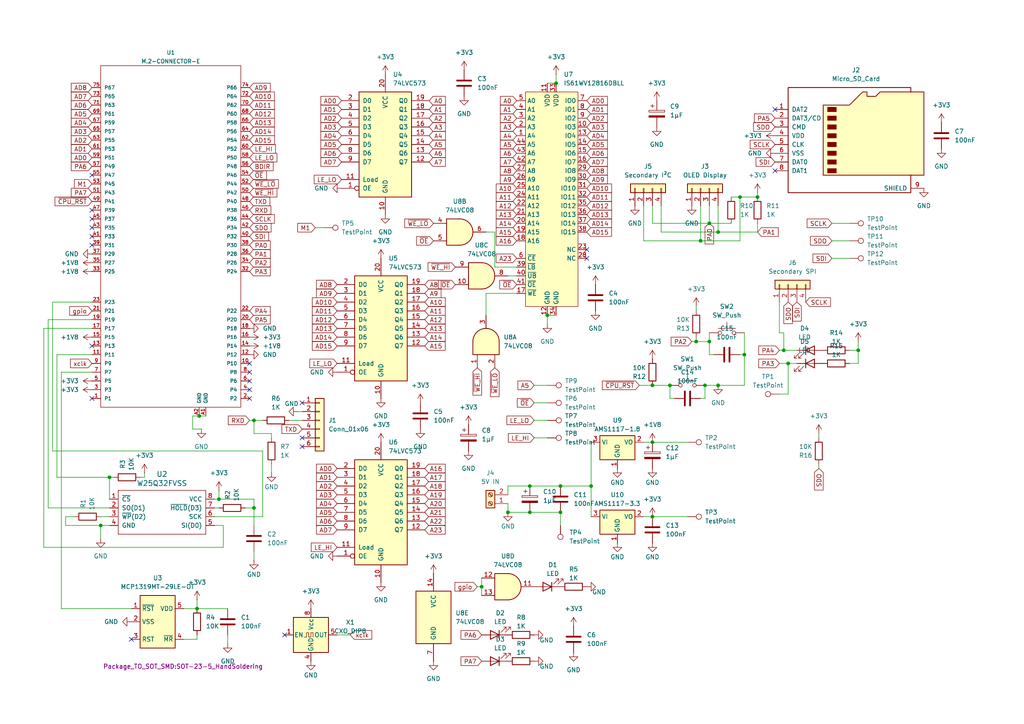
<source format=kicad_sch>
(kicad_sch (version 20250114) (generator "eeschema") (generator_version "9.0")
  (paper "A4")
  (junction (at 215.9 102.87))
  (junction (at 208.28 67.31))
  (junction (at 57.785 120.65))
  (junction (at 189.23 149.86))
  (junction (at 162.56 140.97))
  (junction (at 219.71 57.15))
  (junction (at 201.93 99.06))
  (junction (at 203.2 69.85))
  (junction (at 208.28 111.76))
  (junction (at 228.6 105.41))
  (junction (at 153.67 140.97))
  (junction (at 57.15 176.53))
  (junction (at 158.75 91.44))
  (junction (at 153.67 148.59))
  (junction (at 214.63 57.15))
  (junction (at 205.74 99.06))
  (junction (at 162.56 148.59))
  (junction (at 161.29 24.13))
  (junction (at 63.5 144.78))
  (junction (at 227.33 101.6))
  (junction (at 194.31 111.76))
  (junction (at 204.47 111.76))
  (junction (at 29.21 152.4))
  (junction (at 31.75 138.43))
  (junction (at 205.74 64.77))
  (junction (at 73.66 121.92))
  (junction (at 248.92 101.6))
  (junction (at 189.23 111.76))
  (junction (at 189.23 128.27))
  (junction (at 171.45 140.97))
  (junction (at 147.32 148.59))
  (junction (at 139.7 170.18))
  (junction (at 73.66 147.32))
  (no_connect (at 72.39 115.57))
  (no_connect (at 26.67 66.04))
  (no_connect (at 72.39 107.95))
  (no_connect (at 26.67 63.5))
  (no_connect (at 170.18 74.93))
  (no_connect (at 224.79 31.75))
  (no_connect (at 170.18 72.39))
  (no_connect (at 72.39 113.03))
  (no_connect (at 82.55 184.15))
  (no_connect (at 26.67 50.8))
  (no_connect (at 26.67 115.57))
  (no_connect (at 87.63 129.54))
  (no_connect (at 26.67 60.96))
  (no_connect (at 26.67 100.33))
  (no_connect (at 26.67 71.12))
  (no_connect (at 224.79 49.53))
  (no_connect (at 72.39 105.41))
  (no_connect (at 72.39 110.49))
  (no_connect (at 87.63 116.84))
  (no_connect (at 26.67 68.58))
  (no_connect (at 38.1 185.42))
  (no_connect (at 87.63 127))
  (wire (pts (xy 158.75 93.98) (xy 158.75 91.44)))
  (wire (pts (xy 33.02 138.43) (xy 31.75 138.43)))
  (wire (pts (xy 161.29 21.59) (xy 161.29 24.13)))
  (wire (pts (xy 186.69 149.86) (xy 189.23 149.86)))
  (wire (pts (xy 147.32 148.59) (xy 153.67 148.59)))
  (wire (pts (xy 226.06 87.63) (xy 226.06 96.52)))
  (wire (pts (xy 215.9 111.76) (xy 208.28 111.76)))
  (wire (pts (xy 63.5 144.78) (xy 73.66 144.78)))
  (wire (pts (xy 226.06 96.52) (xy 227.33 96.52)))
  (wire (pts (xy 215.9 96.52) (xy 215.9 102.87)))
  (wire (pts (xy 57.15 173.99) (xy 57.15 176.53)))
  (wire (pts (xy 21.59 149.86) (xy 19.05 149.86)))
  (wire (pts (xy 228.6 105.41) (xy 231.14 105.41)))
  (wire (pts (xy 41.91 138.43) (xy 40.64 138.43)))
  (wire (pts (xy 17.78 107.95) (xy 17.78 176.53)))
  (wire (pts (xy 15.24 87.63) (xy 15.24 130.81)))
  (wire (pts (xy 57.785 120.65) (xy 59.69 120.65)))
  (wire (pts (xy 26.67 92.71) (xy 13.97 92.71)))
  (wire (pts (xy 189.23 111.76) (xy 194.31 111.76)))
  (wire (pts (xy 203.2 69.85) (xy 214.63 69.85)))
  (wire (pts (xy 71.12 147.32) (xy 73.66 147.32)))
  (wire (pts (xy 83.82 121.92) (xy 87.63 121.92)))
  (wire (pts (xy 29.21 149.86) (xy 31.75 149.86)))
  (wire (pts (xy 143.51 67.31) (xy 140.97 67.31)))
  (wire (pts (xy 16.51 138.43) (xy 31.75 138.43)))
  (wire (pts (xy 139.7 170.18) (xy 139.7 172.72)))
  (wire (pts (xy 248.92 105.41) (xy 248.92 101.6)))
  (wire (pts (xy 55.88 120.65) (xy 55.88 124.46)))
  (wire (pts (xy 214.63 69.85) (xy 214.63 57.15)))
  (wire (pts (xy 185.42 111.76) (xy 189.23 111.76)))
  (wire (pts (xy 191.77 59.69) (xy 191.77 67.31)))
  (wire (pts (xy 219.71 57.15) (xy 214.63 57.15)))
  (wire (pts (xy 241.3 74.93) (xy 246.38 74.93)))
  (wire (pts (xy 208.28 59.69) (xy 208.28 67.31)))
  (wire (pts (xy 171.45 140.97) (xy 162.56 140.97)))
  (wire (pts (xy 143.51 77.47) (xy 149.86 77.47)))
  (wire (pts (xy 73.66 147.32) (xy 73.66 152.4)))
  (wire (pts (xy 189.23 149.86) (xy 199.39 149.86)))
  (wire (pts (xy 17.78 176.53) (xy 38.1 176.53)))
  (wire (pts (xy 201.93 97.79) (xy 201.93 99.06)))
  (wire (pts (xy 154.94 121.92) (xy 158.75 121.92)))
  (wire (pts (xy 154.94 116.84) (xy 158.75 116.84)))
  (wire (pts (xy 153.67 148.59) (xy 162.56 148.59)))
  (wire (pts (xy 91.44 66.04) (xy 93.98 66.04)))
  (wire (pts (xy 29.21 152.4) (xy 31.75 152.4)))
  (wire (pts (xy 153.67 140.97) (xy 162.56 140.97)))
  (wire (pts (xy 248.92 101.6) (xy 246.38 101.6)))
  (wire (pts (xy 13.97 92.71) (xy 13.97 147.32)))
  (wire (pts (xy 78.74 134.62) (xy 78.74 137.16)))
  (wire (pts (xy 153.67 140.97) (xy 147.32 140.97)))
  (wire (pts (xy 16.51 102.87) (xy 16.51 138.43)))
  (wire (pts (xy 76.2 130.81) (xy 76.2 149.86)))
  (wire (pts (xy 12.7 95.25) (xy 12.7 158.75)))
  (wire (pts (xy 12.7 158.75) (xy 64.77 158.75)))
  (wire (pts (xy 205.74 64.77) (xy 205.74 59.69)))
  (wire (pts (xy 62.23 147.32) (xy 63.5 147.32)))
  (wire (pts (xy 143.51 67.31) (xy 143.51 77.47)))
  (wire (pts (xy 26.67 95.25) (xy 12.7 95.25)))
  (wire (pts (xy 29.21 156.21) (xy 29.21 152.4)))
  (wire (pts (xy 186.69 128.27) (xy 189.23 128.27)))
  (wire (pts (xy 62.23 144.78) (xy 63.5 144.78)))
  (wire (pts (xy 57.15 176.53) (xy 66.04 176.53)))
  (wire (pts (xy 19.05 152.4) (xy 29.21 152.4)))
  (wire (pts (xy 171.45 128.27) (xy 171.45 140.97)))
  (wire (pts (xy 227.33 96.52) (xy 227.33 101.6)))
  (wire (pts (xy 203.2 59.69) (xy 203.2 69.85)))
  (wire (pts (xy 139.7 167.64) (xy 139.7 170.18)))
  (wire (pts (xy 212.09 64.77) (xy 205.74 64.77)))
  (wire (pts (xy 248.92 99.06) (xy 248.92 101.6)))
  (wire (pts (xy 161.29 24.13) (xy 158.75 24.13)))
  (wire (pts (xy 73.66 160.02) (xy 73.66 162.56)))
  (wire (pts (xy 154.94 111.76) (xy 158.75 111.76)))
  (wire (pts (xy 147.32 140.97) (xy 147.32 143.51)))
  (wire (pts (xy 194.31 115.57) (xy 194.31 111.76)))
  (wire (pts (xy 78.74 127) (xy 78.74 125.73)))
  (wire (pts (xy 147.32 80.01) (xy 149.86 80.01)))
  (wire (pts (xy 186.69 69.85) (xy 203.2 69.85)))
  (wire (pts (xy 191.77 67.31) (xy 208.28 67.31)))
  (wire (pts (xy 226.06 114.3) (xy 228.6 114.3)))
  (wire (pts (xy 64.77 152.4) (xy 62.23 152.4)))
  (wire (pts (xy 204.47 111.76) (xy 208.28 111.76)))
  (wire (pts (xy 55.88 120.65) (xy 57.785 120.65)))
  (wire (pts (xy 201.93 88.9) (xy 201.93 90.17)))
  (wire (pts (xy 26.67 107.95) (xy 17.78 107.95)))
  (wire (pts (xy 219.71 55.88) (xy 219.71 57.15)))
  (wire (pts (xy 97.79 184.15) (xy 101.6 184.15)))
  (wire (pts (xy 171.45 149.86) (xy 171.45 140.97)))
  (wire (pts (xy 140.97 85.09) (xy 149.86 85.09)))
  (wire (pts (xy 15.24 130.81) (xy 76.2 130.81)))
  (wire (pts (xy 55.88 124.46) (xy 58.42 124.46)))
  (wire (pts (xy 73.66 147.32) (xy 73.66 144.78)))
  (wire (pts (xy 227.33 101.6) (xy 231.14 101.6)))
  (wire (pts (xy 207.01 102.87) (xy 205.74 102.87)))
  (wire (pts (xy 241.3 69.85) (xy 246.38 69.85)))
  (wire (pts (xy 226.06 101.6) (xy 227.33 101.6)))
  (wire (pts (xy 73.66 125.73) (xy 73.66 121.92)))
  (wire (pts (xy 246.38 105.41) (xy 248.92 105.41)))
  (wire (pts (xy 13.97 147.32) (xy 31.75 147.32)))
  (wire (pts (xy 214.63 57.15) (xy 212.09 57.15)))
  (wire (pts (xy 189.23 59.69) (xy 189.23 64.77)))
  (wire (pts (xy 31.75 138.43) (xy 31.75 144.78)))
  (wire (pts (xy 214.63 102.87) (xy 215.9 102.87)))
  (wire (pts (xy 140.97 91.44) (xy 140.97 85.09)))
  (wire (pts (xy 72.39 121.92) (xy 73.66 121.92)))
  (wire (pts (xy 226.06 105.41) (xy 228.6 105.41)))
  (wire (pts (xy 78.74 125.73) (xy 73.66 125.73)))
  (wire (pts (xy 203.2 115.57) (xy 204.47 115.57)))
  (wire (pts (xy 200.66 99.06) (xy 201.93 99.06)))
  (wire (pts (xy 189.23 64.77) (xy 205.74 64.77)))
  (wire (pts (xy 147.32 146.05) (xy 147.32 148.59)))
  (wire (pts (xy 26.67 87.63) (xy 15.24 87.63)))
  (wire (pts (xy 208.28 67.31) (xy 219.71 67.31)))
  (wire (pts (xy 73.66 121.92) (xy 76.2 121.92)))
  (wire (pts (xy 201.93 99.06) (xy 205.74 99.06)))
  (wire (pts (xy 195.58 115.57) (xy 194.31 115.57)))
  (wire (pts (xy 237.49 134.62) (xy 237.49 135.89)))
  (wire (pts (xy 64.77 158.75) (xy 64.77 152.4)))
  (wire (pts (xy 215.9 102.87) (xy 215.9 111.76)))
  (wire (pts (xy 205.74 102.87) (xy 205.74 99.06)))
  (wire (pts (xy 138.43 170.18) (xy 139.7 170.18)))
  (wire (pts (xy 66.04 184.15) (xy 66.04 186.69)))
  (wire (pts (xy 63.5 144.78) (xy 63.5 142.24)))
  (wire (pts (xy 158.75 91.44) (xy 161.29 91.44)))
  (wire (pts (xy 241.3 64.77) (xy 246.38 64.77)))
  (wire (pts (xy 86.36 119.38) (xy 87.63 119.38)))
  (wire (pts (xy 219.71 67.31) (xy 219.71 64.77)))
  (wire (pts (xy 19.05 149.86) (xy 19.05 152.4)))
  (wire (pts (xy 41.91 137.16) (xy 41.91 138.43)))
  (wire (pts (xy 205.74 99.06) (xy 205.74 96.52)))
  (wire (pts (xy 57.15 184.15) (xy 57.15 185.42)))
  (wire (pts (xy 57.15 176.53) (xy 53.34 176.53)))
  (wire (pts (xy 237.49 125.73) (xy 237.49 127)))
  (wire (pts (xy 26.67 102.87) (xy 16.51 102.87)))
  (wire (pts (xy 189.23 128.27) (xy 199.39 128.27)))
  (wire (pts (xy 204.47 111.76) (xy 204.47 115.57)))
  (wire (pts (xy 228.6 114.3) (xy 228.6 105.41)))
  (wire (pts (xy 186.69 59.69) (xy 186.69 69.85)))
  (wire (pts (xy 57.15 185.42) (xy 53.34 185.42)))
  (wire (pts (xy 162.56 148.59) (xy 162.56 152.4)))
  (wire (pts (xy 154.94 127) (xy 158.75 127)))
  (wire (pts (xy 76.2 149.86) (xy 62.23 149.86)))
  (global_label "RXD" (shape input) (at 72.39 60.96 0) (property "Intersheetrefs" "${INTERSHEET_REFS}" (effects (hide yes))))
  (global_label "LE_LO" (shape input) (at 97.79 105.41 180) (property "Intersheetrefs" "${INTERSHEET_REFS}" (effects (hide yes))))
  (global_label "A21" (shape input) (at 123.19 148.59 0) (property "Intersheetrefs" "${INTERSHEET_REFS}" (effects (hide yes))))
  (global_label "A17" (shape input) (at 123.19 138.43 0) (property "Intersheetrefs" "${INTERSHEET_REFS}" (effects (hide yes))))
  (global_label "A7" (shape input) (at 149.86 46.99 180) (property "Intersheetrefs" "${INTERSHEET_REFS}" (effects (hide yes))))
  (global_label "~{WE_LO}" (shape input) (at 125.73 64.77 180) (property "Intersheetrefs" "${INTERSHEET_REFS}" (effects (hide yes))))
  (global_label "SDI" (shape input) (at 72.39 68.58 0) (property "Intersheetrefs" "${INTERSHEET_REFS}" (effects (hide yes))))
  (global_label "AD1" (shape input) (at 97.79 138.43 180) (property "Intersheetrefs" "${INTERSHEET_REFS}" (effects (hide yes))))
  (global_label "AD9" (shape input) (at 170.18 52.07 0) (property "Intersheetrefs" "${INTERSHEET_REFS}" (effects (hide yes))))
  (global_label "AD1" (shape input) (at 26.67 43.18 180) (property "Intersheetrefs" "${INTERSHEET_REFS}" (effects (hide yes))))
  (global_label "AD3" (shape input) (at 99.06 36.83 180) (property "Intersheetrefs" "${INTERSHEET_REFS}" (effects (hide yes))))
  (global_label "A7" (shape input) (at 124.46 46.99 0) (property "Intersheetrefs" "${INTERSHEET_REFS}" (effects (hide yes))))
  (global_label "AD13" (shape input) (at 72.39 35.56 0) (property "Intersheetrefs" "${INTERSHEET_REFS}" (effects (hide yes))))
  (global_label "gpio" (shape input) (at 138.43 170.18 180) (property "Intersheetrefs" "${INTERSHEET_REFS}" (effects (hide yes))))
  (global_label "~{WE_LO}" (shape input) (at 72.39 53.34 0) (property "Intersheetrefs" "${INTERSHEET_REFS}" (effects (hide yes))))
  (global_label "A2" (shape input) (at 124.46 34.29 0) (property "Intersheetrefs" "${INTERSHEET_REFS}" (effects (hide yes))))
  (global_label "AD1" (shape input) (at 170.18 31.75 0) (property "Intersheetrefs" "${INTERSHEET_REFS}" (effects (hide yes))))
  (global_label "A0" (shape input) (at 149.86 29.21 180) (property "Intersheetrefs" "${INTERSHEET_REFS}" (effects (hide yes))))
  (global_label "AD11" (shape input) (at 72.39 30.48 0) (property "Intersheetrefs" "${INTERSHEET_REFS}" (effects (hide yes))))
  (global_label "SCLK" (shape input) (at 224.79 41.91 180) (property "Intersheetrefs" "${INTERSHEET_REFS}" (effects (hide yes))))
  (global_label "AD15" (shape input) (at 97.79 100.33 180) (property "Intersheetrefs" "${INTERSHEET_REFS}" (effects (hide yes))))
  (global_label "BDIR" (shape input) (at 72.39 48.26 0) (property "Intersheetrefs" "${INTERSHEET_REFS}" (effects (hide yes))))
  (global_label "~{WE_HI}" (shape input) (at 132.08 77.47 180) (property "Intersheetrefs" "${INTERSHEET_REFS}" (effects (hide yes))))
  (global_label "A12" (shape input) (at 149.86 59.69 180) (property "Intersheetrefs" "${INTERSHEET_REFS}" (effects (hide yes))))
  (global_label "AD8" (shape input) (at 97.79 82.55 180) (property "Intersheetrefs" "${INTERSHEET_REFS}" (effects (hide yes))))
  (global_label "PA2" (shape input) (at 72.39 76.2 0) (property "Intersheetrefs" "${INTERSHEET_REFS}" (effects (hide yes))))
  (global_label "A20" (shape input) (at 123.19 146.05 0) (property "Intersheetrefs" "${INTERSHEET_REFS}" (effects (hide yes))))
  (global_label "A11" (shape input) (at 149.86 57.15 180) (property "Intersheetrefs" "${INTERSHEET_REFS}" (effects (hide yes))))
  (global_label "A12" (shape input) (at 123.19 92.71 0) (property "Intersheetrefs" "${INTERSHEET_REFS}" (effects (hide yes))))
  (global_label "AD15" (shape input) (at 72.39 40.64 0) (property "Intersheetrefs" "${INTERSHEET_REFS}" (effects (hide yes))))
  (global_label "M1" (shape input) (at 26.67 53.34 180) (property "Intersheetrefs" "${INTERSHEET_REFS}" (effects (hide yes))))
  (global_label "A23" (shape input) (at 149.86 74.93 180) (property "Intersheetrefs" "${INTERSHEET_REFS}" (effects (hide yes))))
  (global_label "~{OE}" (shape input) (at 72.39 50.8 0) (property "Intersheetrefs" "${INTERSHEET_REFS}" (effects (hide yes))))
  (global_label "PA2" (shape input) (at 200.66 99.06 180) (property "Intersheetrefs" "${INTERSHEET_REFS}" (effects (hide yes))))
  (global_label "AD5" (shape input) (at 97.79 148.59 180) (property "Intersheetrefs" "${INTERSHEET_REFS}" (effects (hide yes))))
  (global_label "LE_LO" (shape input) (at 99.06 52.07 180) (property "Intersheetrefs" "${INTERSHEET_REFS}" (effects (hide yes))))
  (global_label "A15" (shape input) (at 123.19 100.33 0) (property "Intersheetrefs" "${INTERSHEET_REFS}" (effects (hide yes))))
  (global_label "AD4" (shape input) (at 170.18 39.37 0) (property "Intersheetrefs" "${INTERSHEET_REFS}" (effects (hide yes))))
  (global_label "AD2" (shape input) (at 97.79 140.97 180) (property "Intersheetrefs" "${INTERSHEET_REFS}" (effects (hide yes))))
  (global_label "AD4" (shape input) (at 97.79 146.05 180) (property "Intersheetrefs" "${INTERSHEET_REFS}" (effects (hide yes))))
  (global_label "SCLK" (shape input) (at 233.68 87.63 0) (property "Intersheetrefs" "${INTERSHEET_REFS}" (effects (hide yes))))
  (global_label "~{OE}" (shape input) (at 149.86 82.55 180) (property "Intersheetrefs" "${INTERSHEET_REFS}" (effects (hide yes))))
  (global_label "RXD" (shape input) (at 72.39 121.92 180) (property "Intersheetrefs" "${INTERSHEET_REFS}" (effects (hide yes))))
  (global_label "LE_HI" (shape input) (at 72.39 43.18 0) (property "Intersheetrefs" "${INTERSHEET_REFS}" (effects (hide yes))))
  (global_label "A2" (shape input) (at 149.86 34.29 180) (property "Intersheetrefs" "${INTERSHEET_REFS}" (effects (hide yes))))
  (global_label "SDO" (shape input) (at 237.49 135.89 270) (property "Intersheetrefs" "${INTERSHEET_REFS}" (effects (hide yes))))
  (global_label "PA4" (shape input) (at 72.39 90.17 0) (property "Intersheetrefs" "${INTERSHEET_REFS}" (effects (hide yes))))
  (global_label "A8" (shape input) (at 123.19 82.55 0) (property "Intersheetrefs" "${INTERSHEET_REFS}" (effects (hide yes))))
  (global_label "AD12" (shape input) (at 170.18 59.69 0) (property "Intersheetrefs" "${INTERSHEET_REFS}" (effects (hide yes))))
  (global_label "A1" (shape input) (at 149.86 31.75 180) (property "Intersheetrefs" "${INTERSHEET_REFS}" (effects (hide yes))))
  (global_label "AD6" (shape input) (at 97.79 151.13 180) (property "Intersheetrefs" "${INTERSHEET_REFS}" (effects (hide yes))))
  (global_label "PA6" (shape input) (at 139.7 184.15 180) (property "Intersheetrefs" "${INTERSHEET_REFS}" (effects (hide yes))))
  (global_label "AD0" (shape input) (at 99.06 29.21 180) (property "Intersheetrefs" "${INTERSHEET_REFS}" (effects (hide yes))))
  (global_label "AD1" (shape input) (at 99.06 31.75 180) (property "Intersheetrefs" "${INTERSHEET_REFS}" (effects (hide yes))))
  (global_label "AD10" (shape input) (at 170.18 54.61 0) (property "Intersheetrefs" "${INTERSHEET_REFS}" (effects (hide yes))))
  (global_label "A18" (shape input) (at 123.19 140.97 0) (property "Intersheetrefs" "${INTERSHEET_REFS}" (effects (hide yes))))
  (global_label "A16" (shape input) (at 123.19 135.89 0) (property "Intersheetrefs" "${INTERSHEET_REFS}" (effects (hide yes))))
  (global_label "AD10" (shape input) (at 72.39 27.94 0) (property "Intersheetrefs" "${INTERSHEET_REFS}" (effects (hide yes))))
  (global_label "A8" (shape input) (at 149.86 49.53 180) (property "Intersheetrefs" "${INTERSHEET_REFS}" (effects (hide yes))))
  (global_label "A10" (shape input) (at 123.19 87.63 0) (property "Intersheetrefs" "${INTERSHEET_REFS}" (effects (hide yes))))
  (global_label "AD3" (shape input) (at 170.18 36.83 0) (property "Intersheetrefs" "${INTERSHEET_REFS}" (effects (hide yes))))
  (global_label "A13" (shape input) (at 149.86 62.23 180) (property "Intersheetrefs" "${INTERSHEET_REFS}" (effects (hide yes))))
  (global_label "AD8" (shape input) (at 170.18 49.53 0) (property "Intersheetrefs" "${INTERSHEET_REFS}" (effects (hide yes))))
  (global_label "AD3" (shape input) (at 26.67 38.1 180) (property "Intersheetrefs" "${INTERSHEET_REFS}" (effects (hide yes))))
  (global_label "~{CPU_RST}" (shape input) (at 185.42 111.76 180) (property "Intersheetrefs" "${INTERSHEET_REFS}" (effects (hide yes))))
  (global_label "LE_HI" (shape input) (at 154.94 127 180) (property "Intersheetrefs" "${INTERSHEET_REFS}" (effects (hide yes))))
  (global_label "AD7" (shape input) (at 97.79 153.67 180) (property "Intersheetrefs" "${INTERSHEET_REFS}" (effects (hide yes))))
  (global_label "AD0" (shape input) (at 26.67 45.72 180) (property "Intersheetrefs" "${INTERSHEET_REFS}" (effects (hide yes))))
  (global_label "PA1" (shape input) (at 219.71 67.31 0) (property "Intersheetrefs" "${INTERSHEET_REFS}" (effects (hide yes))))
  (global_label "TXD" (shape input) (at 87.63 124.46 180) (property "Intersheetrefs" "${INTERSHEET_REFS}" (effects (hide yes))))
  (global_label "AD10" (shape input) (at 97.79 87.63 180) (property "Intersheetrefs" "${INTERSHEET_REFS}" (effects (hide yes))))
  (global_label "A4" (shape input) (at 149.86 39.37 180) (property "Intersheetrefs" "${INTERSHEET_REFS}" (effects (hide yes))))
  (global_label "AD5" (shape input) (at 170.18 41.91 0) (property "Intersheetrefs" "${INTERSHEET_REFS}" (effects (hide yes))))
  (global_label "xclk" (shape input) (at 101.6 184.15 0) (property "Intersheetrefs" "${INTERSHEET_REFS}" (effects (hide yes))))
  (global_label "A5" (shape input) (at 149.86 41.91 180) (property "Intersheetrefs" "${INTERSHEET_REFS}" (effects (hide yes))))
  (global_label "AD4" (shape input) (at 99.06 39.37 180) (property "Intersheetrefs" "${INTERSHEET_REFS}" (effects (hide yes))))
  (global_label "AD15" (shape input) (at 170.18 67.31 0) (property "Intersheetrefs" "${INTERSHEET_REFS}" (effects (hide yes))))
  (global_label "AD7" (shape input) (at 170.18 46.99 0) (property "Intersheetrefs" "${INTERSHEET_REFS}" (effects (hide yes))))
  (global_label "PA0" (shape input) (at 72.39 71.12 0) (property "Intersheetrefs" "${INTERSHEET_REFS}" (effects (hide yes))))
  (global_label "~{OE}" (shape input) (at 154.94 116.84 180) (property "Intersheetrefs" "${INTERSHEET_REFS}" (effects (hide yes))))
  (global_label "~{WE_LO}" (shape input) (at 143.51 106.68 270) (property "Intersheetrefs" "${INTERSHEET_REFS}" (effects (hide yes))))
  (global_label "A10" (shape input) (at 149.86 54.61 180) (property "Intersheetrefs" "${INTERSHEET_REFS}" (effects (hide yes))))
  (global_label "LE_HI" (shape input) (at 97.79 158.75 180) (property "Intersheetrefs" "${INTERSHEET_REFS}" (effects (hide yes))))
  (global_label "AD11" (shape input) (at 97.79 90.17 180) (property "Intersheetrefs" "${INTERSHEET_REFS}" (effects (hide yes))))
  (global_label "A4" (shape input) (at 124.46 39.37 0) (property "Intersheetrefs" "${INTERSHEET_REFS}" (effects (hide yes))))
  (global_label "LE_LO" (shape input) (at 154.94 121.92 180) (property "Intersheetrefs" "${INTERSHEET_REFS}" (effects (hide yes))))
  (global_label "AD7" (shape input) (at 26.67 27.94 180) (property "Intersheetrefs" "${INTERSHEET_REFS}" (effects (hide yes))))
  (global_label "SDO" (shape input) (at 241.3 69.85 180) (property "Intersheetrefs" "${INTERSHEET_REFS}" (effects (hide yes))))
  (global_label "AD2" (shape input) (at 170.18 34.29 0) (property "Intersheetrefs" "${INTERSHEET_REFS}" (effects (hide yes))))
  (global_label "A19" (shape input) (at 123.19 143.51 0) (property "Intersheetrefs" "${INTERSHEET_REFS}" (effects (hide yes))))
  (global_label "PA5" (shape input) (at 72.39 92.71 0) (property "Intersheetrefs" "${INTERSHEET_REFS}" (effects (hide yes))))
  (global_label "AD2" (shape input) (at 26.67 40.64 180) (property "Intersheetrefs" "${INTERSHEET_REFS}" (effects (hide yes))))
  (global_label "SDI" (shape input) (at 231.14 87.63 270) (property "Intersheetrefs" "${INTERSHEET_REFS}" (effects (hide yes))))
  (global_label "LE_LO" (shape input) (at 72.39 45.72 0) (property "Intersheetrefs" "${INTERSHEET_REFS}" (effects (hide yes))))
  (global_label "A6" (shape input) (at 124.46 44.45 0) (property "Intersheetrefs" "${INTERSHEET_REFS}" (effects (hide yes))))
  (global_label "A14" (shape input) (at 149.86 64.77 180) (property "Intersheetrefs" "${INTERSHEET_REFS}" (effects (hide yes))))
  (global_label "AD6" (shape input) (at 26.67 30.48 180) (property "Intersheetrefs" "${INTERSHEET_REFS}" (effects (hide yes))))
  (global_label "AD6" (shape input) (at 170.18 44.45 0) (property "Intersheetrefs" "${INTERSHEET_REFS}" (effects (hide yes))))
  (global_label "AD11" (shape input) (at 170.18 57.15 0) (property "Intersheetrefs" "${INTERSHEET_REFS}" (effects (hide yes))))
  (global_label "PA4" (shape input) (at 226.06 101.6 180) (property "Intersheetrefs" "${INTERSHEET_REFS}" (effects (hide yes))))
  (global_label "AD4" (shape input) (at 26.67 35.56 180) (property "Intersheetrefs" "${INTERSHEET_REFS}" (effects (hide yes))))
  (global_label "gpio" (shape input) (at 26.67 90.17 180) (property "Intersheetrefs" "${INTERSHEET_REFS}" (effects (hide yes))))
  (global_label "PA3" (shape input) (at 226.06 105.41 180) (property "Intersheetrefs" "${INTERSHEET_REFS}" (effects (hide yes))))
  (global_label "SCLK" (shape input) (at 72.39 63.5 0) (property "Intersheetrefs" "${INTERSHEET_REFS}" (effects (hide yes))))
  (global_label "AD3" (shape input) (at 97.79 143.51 180) (property "Intersheetrefs" "${INTERSHEET_REFS}" (effects (hide yes))))
  (global_label "AD5" (shape input) (at 99.06 41.91 180) (property "Intersheetrefs" "${INTERSHEET_REFS}" (effects (hide yes))))
  (global_label "A1" (shape input) (at 124.46 31.75 0) (property "Intersheetrefs" "${INTERSHEET_REFS}" (effects (hide yes))))
  (global_label "xclk" (shape input) (at 26.67 105.41 180) (property "Intersheetrefs" "${INTERSHEET_REFS}" (effects (hide yes))))
  (global_label "PA7" (shape input) (at 26.67 55.88 180) (property "Intersheetrefs" "${INTERSHEET_REFS}" (effects (hide yes))))
  (global_label "SDI" (shape input) (at 241.3 74.93 180) (property "Intersheetrefs" "${INTERSHEET_REFS}" (effects (hide yes))))
  (global_label "AD9" (shape input) (at 97.79 85.09 180) (property "Intersheetrefs" "${INTERSHEET_REFS}" (effects (hide yes))))
  (global_label "A0" (shape input) (at 124.46 29.21 0) (property "Intersheetrefs" "${INTERSHEET_REFS}" (effects (hide yes))))
  (global_label "A16" (shape input) (at 149.86 69.85 180) (property "Intersheetrefs" "${INTERSHEET_REFS}" (effects (hide yes))))
  (global_label "A3" (shape input) (at 149.86 36.83 180) (property "Intersheetrefs" "${INTERSHEET_REFS}" (effects (hide yes))))
  (global_label "PA0" (shape input) (at 205.74 64.77 270) (property "Intersheetrefs" "${INTERSHEET_REFS}" (effects (hide yes))))
  (global_label "A6" (shape input) (at 149.86 44.45 180) (property "Intersheetrefs" "${INTERSHEET_REFS}" (effects (hide yes))))
  (global_label "AD2" (shape input) (at 99.06 34.29 180) (property "Intersheetrefs" "${INTERSHEET_REFS}" (effects (hide yes))))
  (global_label "AD14" (shape input) (at 97.79 97.79 180) (property "Intersheetrefs" "${INTERSHEET_REFS}" (effects (hide yes))))
  (global_label "AD0" (shape input) (at 97.79 135.89 180) (property "Intersheetrefs" "${INTERSHEET_REFS}" (effects (hide yes))))
  (global_label "AD6" (shape input) (at 99.06 44.45 180) (property "Intersheetrefs" "${INTERSHEET_REFS}" (effects (hide yes))))
  (global_label "PA6" (shape input) (at 26.67 48.26 180) (property "Intersheetrefs" "${INTERSHEET_REFS}" (effects (hide yes))))
  (global_label "A9" (shape input) (at 123.19 85.09 0) (property "Intersheetrefs" "${INTERSHEET_REFS}" (effects (hide yes))))
  (global_label "SDO" (shape input) (at 72.39 66.04 0) (property "Intersheetrefs" "${INTERSHEET_REFS}" (effects (hide yes))))
  (global_label "PA3" (shape input) (at 72.39 78.74 0) (property "Intersheetrefs" "${INTERSHEET_REFS}" (effects (hide yes))))
  (global_label "A9" (shape input) (at 149.86 52.07 180) (property "Intersheetrefs" "${INTERSHEET_REFS}" (effects (hide yes))))
  (global_label "AD14" (shape input) (at 72.39 38.1 0) (property "Intersheetrefs" "${INTERSHEET_REFS}" (effects (hide yes))))
  (global_label "A5" (shape input) (at 124.46 41.91 0) (property "Intersheetrefs" "${INTERSHEET_REFS}" (effects (hide yes))))
  (global_label "PA1" (shape input) (at 72.39 73.66 0) (property "Intersheetrefs" "${INTERSHEET_REFS}" (effects (hide yes))))
  (global_label "AD0" (shape input) (at 170.18 29.21 0) (property "Intersheetrefs" "${INTERSHEET_REFS}" (effects (hide yes))))
  (global_label "SDI" (shape input) (at 224.79 46.99 180) (property "Intersheetrefs" "${INTERSHEET_REFS}" (effects (hide yes))))
  (global_label "SDO" (shape input) (at 228.6 87.63 270) (property "Intersheetrefs" "${INTERSHEET_REFS}" (effects (hide yes))))
  (global_label "~{OE}" (shape input) (at 125.73 69.85 180) (property "Intersheetrefs" "${INTERSHEET_REFS}" (effects (hide yes))))
  (global_label "~{WE_HI}" (shape input) (at 72.39 55.88 0) (property "Intersheetrefs" "${INTERSHEET_REFS}" (effects (hide yes))))
  (global_label "A22" (shape input) (at 123.19 151.13 0) (property "Intersheetrefs" "${INTERSHEET_REFS}" (effects (hide yes))))
  (global_label "AD12" (shape input) (at 72.39 33.02 0) (property "Intersheetrefs" "${INTERSHEET_REFS}" (effects (hide yes))))
  (global_label "A5" (shape input) (at 154.94 111.76 180) (property "Intersheetrefs" "${INTERSHEET_REFS}" (effects (hide yes))))
  (global_label "AD13" (shape input) (at 170.18 62.23 0) (property "Intersheetrefs" "${INTERSHEET_REFS}" (effects (hide yes))))
  (global_label "A13" (shape input) (at 123.19 95.25 0) (property "Intersheetrefs" "${INTERSHEET_REFS}" (effects (hide yes))))
  (global_label "AD8" (shape input) (at 26.67 25.4 180) (property "Intersheetrefs" "${INTERSHEET_REFS}" (effects (hide yes))))
  (global_label "A15" (shape input) (at 149.86 67.31 180) (property "Intersheetrefs" "${INTERSHEET_REFS}" (effects (hide yes))))
  (global_label "A14" (shape input) (at 123.19 97.79 0) (property "Intersheetrefs" "${INTERSHEET_REFS}" (effects (hide yes))))
  (global_label "A23" (shape input) (at 123.19 153.67 0) (property "Intersheetrefs" "${INTERSHEET_REFS}" (effects (hide yes))))
  (global_label "AD9" (shape input) (at 72.39 25.4 0) (property "Intersheetrefs" "${INTERSHEET_REFS}" (effects (hide yes))))
  (global_label "M1" (shape input) (at 91.44 66.04 180) (property "Intersheetrefs" "${INTERSHEET_REFS}" (effects (hide yes))))
  (global_label "~{OE}" (shape input) (at 132.08 82.55 180) (property "Intersheetrefs" "${INTERSHEET_REFS}" (effects (hide yes))))
  (global_label "SDO" (shape input) (at 224.79 36.83 180) (property "Intersheetrefs" "${INTERSHEET_REFS}" (effects (hide yes))))
  (global_label "A11" (shape input) (at 123.19 90.17 0) (property "Intersheetrefs" "${INTERSHEET_REFS}" (effects (hide yes))))
  (global_label "PA7" (shape input) (at 139.7 191.77 180) (property "Intersheetrefs" "${INTERSHEET_REFS}" (effects (hide yes))))
  (global_label "PA5" (shape input) (at 224.79 34.29 180) (property "Intersheetrefs" "${INTERSHEET_REFS}" (effects (hide yes))))
  (global_label "TXD" (shape input) (at 72.39 58.42 0) (property "Intersheetrefs" "${INTERSHEET_REFS}" (effects (hide yes))))
  (global_label "~{WE_HI}" (shape input) (at 138.43 106.68 270) (property "Intersheetrefs" "${INTERSHEET_REFS}" (effects (hide yes))))
  (global_label "SCLK" (shape input) (at 241.3 64.77 180) (property "Intersheetrefs" "${INTERSHEET_REFS}" (effects (hide yes))))
  (global_label "AD5" (shape input) (at 26.67 33.02 180) (property "Intersheetrefs" "${INTERSHEET_REFS}" (effects (hide yes))))
  (global_label "A3" (shape input) (at 124.46 36.83 0) (property "Intersheetrefs" "${INTERSHEET_REFS}" (effects (hide yes))))
  (global_label "~{CPU_RST}" (shape input) (at 26.67 58.42 180) (property "Intersheetrefs" "${INTERSHEET_REFS}" (effects (hide yes))))
  (global_label "AD14" (shape input) (at 170.18 64.77 0) (property "Intersheetrefs" "${INTERSHEET_REFS}" (effects (hide yes))))
  (global_label "AD7" (shape input) (at 99.06 46.99 180) (property "Intersheetrefs" "${INTERSHEET_REFS}" (effects (hide yes))))
  (global_label "AD12" (shape input) (at 97.79 92.71 180) (property "Intersheetrefs" "${INTERSHEET_REFS}" (effects (hide yes))))
  (global_label "AD13" (shape input) (at 97.79 95.25 180) (property "Intersheetrefs" "${INTERSHEET_REFS}" (effects (hide yes))))
  (symbol (lib_id "74xx:74LS573") (at 110.49 148.59 0) (unit 1)
    (property "Reference" "U6" (at 112.6841 128.27 0) (effects (justify left)))
    (property "Value" "74LVC573" (at 112.6841 130.81 0) (effects (justify left)))
    (property "Footprint" "Package_SO:TSSOP-20_4.4x6.5mm_P0.65mm" (effects (hide yes)))
    (property "Datasheet" "https://www.tme.eu/Document/b3b05de10de2c029be1eb0a0ceb6e3e0/74LVC573APW,118.pdf" (effects (hide yes)))
    (property "Description" "8-bit Latch 3-state outputs" (effects (hide yes)))
  )
  (symbol (lib_id "power:GND") (at 184.15 59.69 0) (unit 1)
    (property "Reference" "#PWR065" (effects (hide yes)))
    (property "Value" "GND" (at 184.15 64.77 0))
    (property "Description" "Power symbol creates a global label with name \"GND\" , ground" (effects (hide yes)))
  )
  (symbol (lib_id "power:+3V3") (at 41.91 137.16 0) (unit 1)
    (property "Reference" "#PWR014" (effects (hide yes)))
    (property "Value" "+3V3" (at 41.91 132.08 0))
    (property "Description" "Power symbol creates a global label with name \"+3V3\"" (effects (hide yes)))
  )
  (symbol (lib_id "power:GND") (at 179.07 157.48 0) (unit 1)
    (property "Reference" "#PWR057" (effects (hide yes)))
    (property "Value" "GND" (at 179.07 161.544 0))
    (property "Description" "Power symbol creates a global label with name \"GND\" , ground" (effects (hide yes)))
  )
  (symbol (lib_id "power:+3V3") (at 273.05 35.56 0) (unit 1)
    (property "Reference" "#PWR050" (effects (hide yes)))
    (property "Value" "+3V3" (at 273.05 30.48 0))
    (property "Description" "Power symbol creates a global label with name \"+3V3\"" (effects (hide yes)))
  )
  (symbol (lib_id "Device:C") (at 73.66 156.21 0) (unit 1)
    (property "Reference" "C2" (at 77.47 154.94 0) (effects (justify left)))
    (property "Value" "100nF" (at 77.47 157.48 0) (effects (justify left)))
    (property "Footprint" "Capacitor_SMD:C_0805_2012Metric_Pad1.18x1.45mm_HandSolder" (effects (hide yes)))
  )
  (symbol (lib_id "power:GND") (at 147.32 148.59 0) (unit 1)
    (property "Reference" "#PWR058" (effects (hide yes)))
    (property "Value" "GND" (at 147.32 152.654 0))
    (property "Description" "Power symbol creates a global label with name \"GND\" , ground" (effects (hide yes)))
  )
  (symbol (lib_id "power:GND") (at 208.28 111.76 0) (unit 1)
    (property "Reference" "#PWR067" (effects (hide yes)))
    (property "Value" "GND" (at 208.28 116.84 0))
    (property "Description" "Power symbol creates a global label with name \"GND\" , ground" (effects (hide yes)))
  )
  (symbol (lib_id "Device:C") (at 121.92 120.65 0) (unit 1)
    (property "Reference" "C5" (at 125.73 119.38 0) (effects (justify left)))
    (property "Value" "100nF" (at 125.73 121.92 0) (effects (justify left)))
    (property "Footprint" "Capacitor_SMD:C_0805_2012Metric_Pad1.18x1.45mm_HandSolder" (effects (hide yes)))
  )
  (symbol (lib_id "Device:C") (at 162.56 144.78 0) (unit 1)
    (property "Reference" "C11" (at 166.37 143.51 0) (effects (justify left)))
    (property "Value" "100nF" (at 166.37 146.05 0) (effects (justify left)))
    (property "Footprint" "Capacitor_SMD:C_0805_2012Metric_Pad1.18x1.45mm_HandSolder" (effects (hide yes)))
  )
  (symbol (lib_id "Device:R") (at 237.49 130.81 180) (unit 1)
    (property "Reference" "R16" (at 233.68 132.08 0))
    (property "Value" "10K" (at 233.68 129.54 0))
    (property "Footprint" "Resistor_SMD:R_1206_3216Metric_Pad1.30x1.75mm_HandSolder" (effects (hide yes)))
    (property "Part #" "RC0805FR-0710KL" (effects (hide yes)))
  )
  (symbol (lib_id "Device:R") (at 242.57 105.41 90) (unit 1)
    (property "Reference" "R15" (at 242.57 100.33 90))
    (property "Value" "1K" (at 242.57 102.87 90))
    (property "Footprint" "Resistor_SMD:R_1206_3216Metric_Pad1.30x1.75mm_HandSolder" (effects (hide yes)))
  )
  (symbol (lib_id "Connector:TestPoint") (at 246.38 74.93 270) (unit 1)
    (property "Reference" "TP12" (at 251.46 73.6599 90) (effects (justify left)))
    (property "Value" "TestPoint" (at 251.46 76.1999 90) (effects (justify left)))
    (property "Footprint" "TestPoint:TestPoint_Pad_D1.0mm" (effects (hide yes)))
    (property "Description" "test point" (effects (hide yes)))
  )
  (symbol (lib_id "power:+3V3") (at 111.76 21.59 0) (unit 1)
    (property "Reference" "#PWR021" (effects (hide yes)))
    (property "Value" "+3V3" (at 111.76 16.51 0))
    (property "Description" "Power symbol creates a global label with name \"+3V3\"" (effects (hide yes)))
  )
  (symbol (lib_id "Device:C_Polarized") (at 153.67 144.78 0) (unit 1)
    (property "Reference" "C10" (at 157.48 142.6209 0) (effects (justify left)))
    (property "Value" "1µF" (at 157.48 145.1609 0) (effects (justify left)))
    (property "Footprint" "Capacitor_THT:CP_Radial_D4.0mm_P2.00mm" (effects (hide yes)))
    (property "Description" "Polarized capacitor" (effects (hide yes)))
  )
  (symbol (lib_id "Device:C_Polarized") (at 189.23 132.08 0) (unit 1)
    (property "Reference" "C12" (at 193.04 129.9209 0) (effects (justify left)))
    (property "Value" "1µF" (at 193.04 132.4609 0) (effects (justify left)))
    (property "Footprint" "Capacitor_THT:CP_Radial_D4.0mm_P2.00mm" (effects (hide yes)))
    (property "Description" "Polarized capacitor" (effects (hide yes)))
  )
  (symbol (lib_id "power:GND") (at 110.49 115.57 0) (unit 1)
    (property "Reference" "#PWR026" (effects (hide yes)))
    (property "Value" "GND" (at 110.49 120.65 0))
    (property "Description" "Power symbol creates a global label with name \"GND\" , ground" (effects (hide yes)))
  )
  (symbol (lib_id "Device:C_Polarized") (at 135.89 127 0) (unit 1)
    (property "Reference" "C8" (at 139.7 124.8409 0) (effects (justify left)))
    (property "Value" "1µF" (at 139.7 127.3809 0) (effects (justify left)))
    (property "Footprint" "Capacitor_THT:CP_Radial_D4.0mm_P2.00mm" (effects (hide yes)))
    (property "Description" "Polarized capacitor" (effects (hide yes)))
  )
  (symbol (lib_id "TholinsStuff:IS61WV12816DBLL") (at 160.02 20.32 0) (unit 1)
    (property "Reference" "U7" (at 163.4841 21.59 0) (effects (justify left)))
    (property "Value" "IS61WV12816DBLL" (at 163.4841 24.13 0) (effects (justify left)))
    (property "Footprint" "Package_SO:TSOP-II-44_10.16x18.41mm_P0.8mm" (effects (hide yes)))
    (property "Datasheet" "https://www.tme.eu/Document/3ec0de768ff5901f4a679c698e15f1f9/61-64WV12816DALL-DBLL.pdf" (effects (hide yes)))
  )
  (symbol (lib_id "Connector:Screw_Terminal_01x02") (at 142.24 146.05 180) (unit 1)
    (property "Reference" "J4" (at 142.24 137.16 0))
    (property "Value" "5V IN" (at 142.24 139.7 0))
    (property "Footprint" "TerminalBlock:TerminalBlock_bornier-2_P5.08mm" (effects (hide yes)))
  )
  (symbol (lib_id "power:+3V3") (at 189.23 149.86 0) (unit 1)
    (property "Reference" "#PWR061" (effects (hide yes)))
    (property "Value" "+3V3" (at 189.23 144.78 0))
    (property "Description" "Power symbol creates a global label with name \"+3V3\"" (effects (hide yes)))
  )
  (symbol (lib_id "power:+3V3") (at 121.92 116.84 0) (unit 1)
    (property "Reference" "#PWR046" (effects (hide yes)))
    (property "Value" "+3V3" (at 121.92 111.76 0))
    (property "Description" "Power symbol creates a global label with name \"+3V3\"" (effects (hide yes)))
  )
  (symbol (lib_id "Connector:TestPoint") (at 158.75 127 270) (unit 1)
    (property "Reference" "TP8" (at 163.83 125.7299 90) (effects (justify left)))
    (property "Value" "TestPoint" (at 163.83 128.2699 90) (effects (justify left)))
    (property "Footprint" "TestPoint:TestPoint_Pad_D1.0mm" (effects (hide yes)))
    (property "Description" "test point" (effects (hide yes)))
  )
  (symbol (lib_id "Connector:TestPoint") (at 199.39 149.86 270) (unit 1)
    (property "Reference" "TP3" (at 204.47 148.5899 90) (effects (justify left)))
    (property "Value" "TestPoint" (at 204.47 151.1299 90) (effects (justify left)))
    (property "Footprint" "TestPoint:TestPoint_Pad_D1.0mm" (effects (hide yes)))
    (property "Description" "test point" (effects (hide yes)))
  )
  (symbol (lib_id "Device:R") (at 189.23 107.95 180) (unit 1)
    (property "Reference" "R12" (at 185.42 109.22 0))
    (property "Value" "10K" (at 185.42 106.68 0))
    (property "Footprint" "Resistor_SMD:R_1206_3216Metric_Pad1.30x1.75mm_HandSolder" (effects (hide yes)))
    (property "Part #" "RC0805FR-0710KL" (effects (hide yes)))
  )
  (symbol (lib_id "Connector:TestPoint") (at 162.56 152.4 180) (unit 1)
    (property "Reference" "TP4" (at 165.1 154.4319 0) (effects (justify right)))
    (property "Value" "TestPoint" (at 165.1 156.9719 0) (effects (justify right)))
    (property "Footprint" "TestPoint:TestPoint_Pad_D1.0mm" (effects (hide yes)))
    (property "Description" "test point" (effects (hide yes)))
  )
  (symbol (lib_id "power:GND") (at 134.62 27.94 0) (unit 1)
    (property "Reference" "#PWR043" (effects (hide yes)))
    (property "Value" "GND" (at 134.62 33.02 0))
    (property "Description" "Power symbol creates a global label with name \"GND\" , ground" (effects (hide yes)))
  )
  (symbol (lib_id "power:GND") (at 72.39 95.25 90) (unit 1)
    (property "Reference" "#PWR03" (effects (hide yes)))
    (property "Value" "GND" (at 76.2 95.2499 90) (effects (justify right)))
    (property "Description" "Power symbol creates a global label with name \"GND\" , ground" (effects (hide yes)))
  )
  (symbol (lib_id "Connector:TestPoint") (at 199.39 128.27 270) (unit 1)
    (property "Reference" "TP2" (at 204.47 126.9999 90) (effects (justify left)))
    (property "Value" "TestPoint" (at 204.47 129.5399 90) (effects (justify left)))
    (property "Footprint" "TestPoint:TestPoint_Pad_D1.0mm" (effects (hide yes)))
    (property "Description" "test point" (effects (hide yes)))
  )
  (symbol (lib_id "power:GND") (at 224.79 44.45 270) (unit 1)
    (property "Reference" "#PWR040" (effects (hide yes)))
    (property "Value" "GND" (at 220.98 44.4499 90) (effects (justify right)))
    (property "Description" "Power symbol creates a global label with name \"GND\" , ground" (effects (hide yes)))
  )
  (symbol (lib_id "Connector_Generic:Conn_01x04") (at 203.2 54.61 90) (unit 1)
    (property "Reference" "J3" (at 204.47 48.26 90))
    (property "Value" "OLED Display" (at 204.47 50.8 90))
    (property "Footprint" "Connector_PinSocket_2.54mm:PinSocket_1x04_P2.54mm_Vertical" (effects (hide yes)))
    (property "Description" "Generic connector, single row, 01x04, script generated (kicad-library-utils/schlib/autogen/connector/)" (effects (hide yes)))
  )
  (symbol (lib_id "power:+3V3") (at 110.49 128.27 0) (unit 1)
    (property "Reference" "#PWR028" (effects (hide yes)))
    (property "Value" "+3V3" (at 110.49 123.19 0))
    (property "Description" "Power symbol creates a global label with name \"+3V3\"" (effects (hide yes)))
  )
  (symbol (lib_id "Connector_Generic:Conn_01x04") (at 228.6 82.55 90) (unit 1)
    (property "Reference" "J6" (at 229.87 76.2 90))
    (property "Value" "Secondary SPI" (at 229.87 78.74 90))
    (property "Footprint" "Connector_PinSocket_2.54mm:PinSocket_1x04_P2.54mm_Vertical" (effects (hide yes)))
    (property "Description" "Generic connector, single row, 01x04, script generated (kicad-library-utils/schlib/autogen/connector/)" (effects (hide yes)))
  )
  (symbol (lib_id "Device:C") (at 66.04 180.34 0) (unit 1)
    (property "Reference" "C1" (at 69.85 179.07 0) (effects (justify left)))
    (property "Value" "100nF" (at 69.85 181.61 0) (effects (justify left)))
    (property "Footprint" "Capacitor_SMD:C_0805_2012Metric_Pad1.18x1.45mm_HandSolder" (effects (hide yes)))
  )
  (symbol (lib_id "power:+3V3") (at 26.67 113.03 90) (unit 1)
    (property "Reference" "#PWR06" (effects (hide yes)))
    (property "Value" "+3V3" (at 22.86 113.0299 90) (effects (justify left)))
    (property "Description" "Power symbol creates a global label with name \"+3V3\"" (effects (hide yes)))
  )
  (symbol (lib_id "power:+3V3") (at 201.93 88.9 0) (unit 1)
    (property "Reference" "#PWR068" (effects (hide yes)))
    (property "Value" "+3V3" (at 201.93 83.82 0))
    (property "Description" "Power symbol creates a global label with name \"+3V3\"" (effects (hide yes)))
  )
  (symbol (lib_id "power:+3V3") (at 90.17 176.53 0) (unit 1)
    (property "Reference" "#PWR019" (effects (hide yes)))
    (property "Value" "+3V3" (at 90.17 171.45 0))
    (property "Description" "Power symbol creates a global label with name \"+3V3\"" (effects (hide yes)))
  )
  (symbol (lib_id "power:GND") (at 135.89 130.81 0) (unit 1)
    (property "Reference" "#PWR053" (effects (hide yes)))
    (property "Value" "GND" (at 135.89 135.89 0))
    (property "Description" "Power symbol creates a global label with name \"GND\" , ground" (effects (hide yes)))
  )
  (symbol (lib_id "power:GND") (at 72.39 102.87 90) (unit 1)
    (property "Reference" "#PWR02" (effects (hide yes)))
    (property "Value" "GND" (at 76.2 102.8699 90) (effects (justify right)))
    (property "Description" "Power symbol creates a global label with name \"GND\" , ground" (effects (hide yes)))
  )
  (symbol (lib_id "Device:C") (at 134.62 24.13 0) (unit 1)
    (property "Reference" "C3" (at 138.43 22.86 0) (effects (justify left)))
    (property "Value" "100nF" (at 138.43 25.4 0) (effects (justify left)))
    (property "Footprint" "Capacitor_SMD:C_0805_2012Metric_Pad1.18x1.45mm_HandSolder" (effects (hide yes)))
  )
  (symbol (lib_id "Device:R") (at 212.09 60.96 180) (unit 1)
    (property "Reference" "R10" (at 214.63 59.6899 0) (effects (justify right)))
    (property "Value" "1K" (at 214.63 62.2299 0) (effects (justify right)))
    (property "Footprint" "Resistor_SMD:R_1206_3216Metric_Pad1.30x1.75mm_HandSolder" (effects (hide yes)))
  )
  (symbol (lib_id "Regulator_Linear:AMS1117-3.3") (at 179.07 149.86 0) (unit 1)
    (property "Reference" "U10" (at 179.07 143.51 0))
    (property "Value" "AMS1117-3.3" (at 179.07 146.05 0))
    (property "Footprint" "Package_TO_SOT_SMD:SOT-223-3_TabPin2" (effects (hide yes)))
    (property "Datasheet" "http://www.advanced-monolithic.com/pdf/ds1117.pdf" (effects (hide yes)))
    (property "Description" "1A Low Dropout regulator, positive, 3.3V fixed output, SOT-223" (effects (hide yes)))
  )
  (symbol (lib_id "power:GND") (at 172.72 90.17 0) (unit 1)
    (property "Reference" "#PWR045" (effects (hide yes)))
    (property "Value" "GND" (at 172.72 95.25 0))
    (property "Description" "Power symbol creates a global label with name \"GND\" , ground" (effects (hide yes)))
  )
  (symbol (lib_id "power:GND") (at 73.66 162.56 0) (unit 1)
    (property "Reference" "#PWR041" (effects (hide yes)))
    (property "Value" "GND" (at 73.66 166.624 0))
    (property "Description" "Power symbol creates a global label with name \"GND\" , ground" (effects (hide yes)))
  )
  (symbol (lib_id "Device:LED") (at 143.51 184.15 180) (unit 1)
    (property "Reference" "D2" (at 145.0975 177.8 0))
    (property "Value" "LED" (at 145.0975 180.34 0))
    (property "Footprint" "LED_SMD:LED_1206_3216Metric_Pad1.42x1.75mm_HandSolder" (effects (hide yes)))
  )
  (symbol (lib_id "power:GND") (at 99.06 54.61 270) (unit 1)
    (property "Reference" "#PWR023" (effects (hide yes)))
    (property "Value" "GND" (at 95.25 54.6099 90) (effects (justify right)))
    (property "Description" "Power symbol creates a global label with name \"GND\" , ground" (effects (hide yes)))
  )
  (symbol (lib_id "power:GND") (at 158.75 93.98 0) (unit 1)
    (property "Reference" "#PWR031" (effects (hide yes)))
    (property "Value" "GND" (at 158.75 99.06 0))
    (property "Description" "Power symbol creates a global label with name \"GND\" , ground" (effects (hide yes)))
  )
  (symbol (lib_id "Device:C") (at 199.39 115.57 270) (unit 1)
    (property "Reference" "C14" (at 199.39 107.95 90))
    (property "Value" "100nF" (at 199.39 110.49 90))
    (property "Footprint" "Capacitor_SMD:C_0805_2012Metric_Pad1.18x1.45mm_HandSolder" (effects (hide yes)))
  )
  (symbol (lib_id "power:GND") (at 170.18 170.18 90) (unit 1)
    (property "Reference" "#PWR017" (effects (hide yes)))
    (property "Value" "GND" (at 171.704 171.704 90) (effects (justify right)))
  )
  (symbol (lib_id "caravel:MCP1319MT-29LE-OT") (at 45.72 180.34 0) (unit 1)
    (property "Reference" "U3" (at 45.72 167.64 0))
    (property "Value" "MCP1319MT-29LE-OT" (at 45.72 170.18 0))
    (property "Footprint" "Package_TO_SOT_SMD:SOT-23-5_HandSoldering" (at 53.086 193.294 0))
    (property "Datasheet" "https://ww1.microchip.com/downloads/en/DeviceDoc/MCP131X-2X-Voltage-Supervisor-DS20001985E.pdf" (effects (hide yes)))
  )
  (symbol (lib_id "74xx:74LS573") (at 111.76 41.91 0) (unit 1)
    (property "Reference" "U4" (at 113.9541 21.59 0) (effects (justify left)))
    (property "Value" "74LVC573" (at 113.9541 24.13 0) (effects (justify left)))
    (property "Footprint" "Package_SO:TSSOP-20_4.4x6.5mm_P0.65mm" (effects (hide yes)))
    (property "Datasheet" "https://www.tme.eu/Document/b3b05de10de2c029be1eb0a0ceb6e3e0/74LVC573APW,118.pdf" (effects (hide yes)))
    (property "Description" "8-bit Latch 3-state outputs" (effects (hide yes)))
  )
  (symbol (lib_id "74xx:74LS573") (at 110.49 95.25 0) (unit 1)
    (property "Reference" "U5" (at 112.6841 74.93 0) (effects (justify left)))
    (property "Value" "74LVC573" (at 112.6841 77.47 0) (effects (justify left)))
    (property "Footprint" "Package_SO:TSSOP-20_4.4x6.5mm_P0.65mm" (effects (hide yes)))
    (property "Datasheet" "https://www.tme.eu/Document/b3b05de10de2c029be1eb0a0ceb6e3e0/74LVC573APW,118.pdf" (effects (hide yes)))
    (property "Description" "8-bit Latch 3-state outputs" (effects (hide yes)))
  )
  (symbol (lib_id "Device:R") (at 201.93 93.98 180) (unit 1)
    (property "Reference" "R13" (at 198.12 95.25 0))
    (property "Value" "10K" (at 198.12 92.71 0))
    (property "Footprint" "Resistor_SMD:R_1206_3216Metric_Pad1.30x1.75mm_HandSolder" (effects (hide yes)))
    (property "Part #" "RC0805FR-0710KL" (effects (hide yes)))
  )
  (symbol (lib_id "power:+3V3") (at 248.92 99.06 0) (unit 1)
    (property "Reference" "#PWR069" (effects (hide yes)))
    (property "Value" "+3V3" (at 248.92 93.98 0))
    (property "Description" "Power symbol creates a global label with name \"+3V3\"" (effects (hide yes)))
  )
  (symbol (lib_id "Device:R") (at 166.37 170.18 90) (unit 1)
    (property "Reference" "R5" (at 166.37 165.1 90))
    (property "Value" "1K" (at 166.37 167.64 90))
    (property "Footprint" "Resistor_SMD:R_1206_3216Metric_Pad1.30x1.75mm_HandSolder" (effects (hide yes)))
  )
  (symbol (lib_id "MicroMod-Sparkfun:M.2-CONNECTOR-E") (at 49.53 72.39 0) (unit 1)
    (property "Reference" "U1" (at 49.53 15.24 0) (effects (font (size 1.143 1.143))))
    (property "Value" "M.2-CONNECTOR-E" (at 49.53 17.78 0) (effects (font (size 1.143 1.143))))
    (property "Footprint" "M2:M.2-CONNECTOR-E" (effects (hide yes)))
  )
  (symbol (lib_id "power:GND") (at 111.76 62.23 0) (unit 1)
    (property "Reference" "#PWR022" (effects (hide yes)))
    (property "Value" "GND" (at 111.76 67.31 0))
    (property "Description" "Power symbol creates a global label with name \"GND\" , ground" (effects (hide yes)))
  )
  (symbol (lib_id "power:GND") (at 66.04 186.69 0) (unit 1)
    (property "Reference" "#PWR018" (effects (hide yes)))
    (property "Value" "GND" (at 66.04 191.77 0))
    (property "Description" "Power symbol creates a global label with name \"GND\" , ground" (effects (hide yes)))
  )
  (symbol (lib_id "Connector:TestPoint") (at 158.75 111.76 270) (unit 1)
    (property "Reference" "TP9" (at 163.83 110.4899 90) (effects (justify left)))
    (property "Value" "TestPoint" (at 163.83 113.0299 90) (effects (justify left)))
    (property "Footprint" "TestPoint:TestPoint_Pad_D1.0mm" (effects (hide yes)))
    (property "Description" "test point" (effects (hide yes)))
  )
  (symbol (lib_id "Device:C_Polarized") (at 190.5 33.02 0) (unit 1)
    (property "Reference" "C9" (at 194.31 30.8609 0) (effects (justify left)))
    (property "Value" "1µF" (at 194.31 33.4009 0) (effects (justify left)))
    (property "Footprint" "Capacitor_THT:CP_Radial_D4.0mm_P2.00mm" (effects (hide yes)))
    (property "Description" "Polarized capacitor" (effects (hide yes)))
  )
  (symbol (lib_id "power:GND") (at 78.74 137.16 0) (unit 1)
    (property "Reference" "#PWR035" (effects (hide yes)))
    (property "Value" "GND" (at 78.74 141.224 0))
    (property "Description" "Power symbol creates a global label with name \"GND\" , ground" (effects (hide yes)))
  )
  (symbol (lib_id "Oscillator:CXO_DIP8") (at 90.17 184.15 0) (unit 1)
    (property "Reference" "X1" (at 101.6 180.5021 0))
    (property "Value" "CXO_DIP8" (at 101.6 183.0421 0))
    (property "Footprint" "Oscillator:Oscillator_DIP-8" (effects (hide yes)))
    (property "Datasheet" "http://cdn-reichelt.de/documents/datenblatt/B400/OSZI.pdf" (effects (hide yes)))
  )
  (symbol (lib_id "power:+3V3") (at 134.62 20.32 0) (unit 1)
    (property "Reference" "#PWR042" (effects (hide yes)))
    (property "Value" "+3V3" (at 134.62 15.24 0))
    (property "Description" "Power symbol creates a global label with name \"+3V3\"" (effects (hide yes)))
  )
  (symbol (lib_id "power:+3V3") (at 161.29 21.59 0) (unit 1)
    (property "Reference" "#PWR030" (effects (hide yes)))
    (property "Value" "+3V3" (at 161.29 16.51 0))
    (property "Description" "Power symbol creates a global label with name \"+3V3\"" (effects (hide yes)))
  )
  (symbol (lib_id "Device:C") (at 189.23 153.67 0) (unit 1)
    (property "Reference" "C13" (at 193.04 152.4 0) (effects (justify left)))
    (property "Value" "100nF" (at 193.04 154.94 0) (effects (justify left)))
    (property "Footprint" "Capacitor_SMD:C_0805_2012Metric_Pad1.18x1.45mm_HandSolder" (effects (hide yes)))
  )
  (symbol (lib_id "power:+3V3") (at 26.67 110.49 90) (unit 1)
    (property "Reference" "#PWR07" (effects (hide yes)))
    (property "Value" "+3V3" (at 22.86 110.4899 90) (effects (justify left)))
    (property "Description" "Power symbol creates a global label with name \"+3V3\"" (effects (hide yes)))
  )
  (symbol (lib_id "power:GND") (at 273.05 43.18 0) (unit 1)
    (property "Reference" "#PWR051" (effects (hide yes)))
    (property "Value" "GND" (at 273.05 48.26 0))
    (property "Description" "Power symbol creates a global label with name \"GND\" , ground" (effects (hide yes)))
  )
  (symbol (lib_id "power:+3V3") (at 237.49 125.73 0) (unit 1)
    (property "Reference" "#PWR070" (effects (hide yes)))
    (property "Value" "+3V3" (at 237.49 120.65 0))
    (property "Description" "Power symbol creates a global label with name \"+3V3\"" (effects (hide yes)))
  )
  (symbol (lib_id "power:+1V8") (at 26.67 76.2 90) (unit 1)
    (property "Reference" "#PWR010" (effects (hide yes)))
    (property "Value" "+1V8" (at 22.86 76.1999 90) (effects (justify left)))
    (property "Description" "Power symbol creates a global label with name \"+1V8\"" (effects (hide yes)))
  )
  (symbol (lib_id "power:+3V3") (at 189.23 104.14 0) (unit 1)
    (property "Reference" "#PWR066" (effects (hide yes)))
    (property "Value" "+3V3" (at 189.23 99.06 0))
    (property "Description" "Power symbol creates a global label with name \"+3V3\"" (effects (hide yes)))
  )
  (symbol (lib_id "power:GND") (at 200.66 59.69 0) (unit 1)
    (property "Reference" "#PWR063" (effects (hide yes)))
    (property "Value" "GND" (at 200.66 64.77 0))
    (property "Description" "Power symbol creates a global label with name \"GND\" , ground" (effects (hide yes)))
  )
  (symbol (lib_id "power:+3V3") (at 135.89 123.19 0) (unit 1)
    (property "Reference" "#PWR052" (effects (hide yes)))
    (property "Value" "+3V3" (at 135.89 118.11 0))
    (property "Description" "Power symbol creates a global label with name \"+3V3\"" (effects (hide yes)))
  )
  (symbol (lib_id "Device:LED") (at 143.51 191.77 180) (unit 1)
    (property "Reference" "D3" (at 145.0975 185.42 0))
    (property "Value" "LED" (at 145.0975 187.96 0))
    (property "Footprint" "LED_SMD:LED_1206_3216Metric_Pad1.42x1.75mm_HandSolder" (effects (hide yes)))
  )
  (symbol (lib_id "Device:LED") (at 234.95 101.6 0) (unit 1)
    (property "Reference" "D4" (at 233.3625 95.25 0))
    (property "Value" "LED" (at 233.3625 97.79 0))
    (property "Footprint" "LED_SMD:LED_1206_3216Metric_Pad1.42x1.75mm_HandSolder" (effects (hide yes)))
  )
  (symbol (lib_id "Switch:SW_Push") (at 210.82 96.52 0) (unit 1)
    (property "Reference" "SW2" (at 210.82 88.9 0))
    (property "Value" "SW_Push" (at 210.82 91.44 0))
    (property "Footprint" "Button_Switch_THT:SW_PUSH_6mm" (effects (hide yes)))
  )
  (symbol (lib_id "power:GND") (at 38.1 180.34 270) (unit 1)
    (property "Reference" "#PWR016" (effects (hide yes)))
    (property "Value" "GND" (at 34.29 180.3399 90) (effects (justify right)))
    (property "Description" "Power symbol creates a global label with name \"GND\" , ground" (effects (hide yes)))
  )
  (symbol (lib_id "power:+1V8") (at 189.23 128.27 0) (unit 1)
    (property "Reference" "#PWR062" (effects (hide yes)))
    (property "Value" "+1V8" (at 189.23 123.19 0))
    (property "Description" "Power symbol creates a global label with name \"+1V8\"" (effects (hide yes)))
  )
  (symbol (lib_id "Device:R") (at 80.01 121.92 270) (unit 1)
    (property "Reference" "R6" (at 80.01 115.57 90))
    (property "Value" "1K" (at 80.01 118.11 90))
    (property "Footprint" "Resistor_SMD:R_1206_3216Metric_Pad1.30x1.75mm_HandSolder" (effects (hide yes)))
  )
  (symbol (lib_id "power:+3V3") (at 219.71 55.88 0) (unit 1)
    (property "Reference" "#PWR064" (effects (hide yes)))
    (property "Value" "+3V3" (at 219.71 50.8 0))
    (property "Description" "Power symbol creates a global label with name \"+3V3\"" (effects (hide yes)))
  )
  (symbol (lib_id "power:GND") (at 267.97 54.61 0) (unit 1)
    (property "Reference" "#PWR038" (effects (hide yes)))
    (property "Value" "GND" (at 267.97 59.69 0))
    (property "Description" "Power symbol creates a global label with name \"GND\" , ground" (effects (hide yes)))
  )
  (symbol (lib_id "power:+3V3") (at 224.79 39.37 90) (unit 1)
    (property "Reference" "#PWR039" (effects (hide yes)))
    (property "Value" "+3V3" (at 220.98 39.3699 90) (effects (justify left)))
    (property "Description" "Power symbol creates a global label with name \"+3V3\"" (effects (hide yes)))
  )
  (symbol (lib_id "Connector:TestPoint") (at 158.75 121.92 270) (unit 1)
    (property "Reference" "TP7" (at 163.83 120.6499 90) (effects (justify left)))
    (property "Value" "TestPoint" (at 163.83 123.1899 90) (effects (justify left)))
    (property "Footprint" "TestPoint:TestPoint_Pad_D1.0mm" (effects (hide yes)))
    (property "Description" "test point" (effects (hide yes)))
  )
  (symbol (lib_id "power:GND") (at 90.17 191.77 0) (unit 1)
    (property "Reference" "#PWR020" (effects (hide yes)))
    (property "Value" "GND" (at 90.17 195.834 0))
    (property "Description" "Power symbol creates a global label with name \"GND\" , ground" (effects (hide yes)))
  )
  (symbol (lib_id "74xx:74LS08") (at 125.73 179.07 0) (unit 5)
    (property "Reference" "U8" (at 132.08 177.7999 0) (effects (justify left)))
    (property "Value" "74LVC08" (at 132.08 180.3399 0) (effects (justify left)))
    (property "Footprint" "Package_SO:SO-14_3.9x8.65mm_P1.27mm" (effects (hide yes)))
    (property "Datasheet" "https://www.tme.eu/Document/cac238904aad32aa4cb5a5dd6b9d557a/74LVC08AD,118.pdf" (effects (hide yes)))
    (property "Description" "Quad And2" (effects (hide yes)))
  )
  (symbol (lib_id "Device:R") (at 242.57 101.6 90) (unit 1)
    (property "Reference" "R14" (at 242.57 96.52 90))
    (property "Value" "1K" (at 242.57 99.06 90))
    (property "Footprint" "Resistor_SMD:R_1206_3216Metric_Pad1.30x1.75mm_HandSolder" (effects (hide yes)))
  )
  (symbol (lib_id "power:GND") (at 189.23 135.89 0) (unit 1)
    (property "Reference" "#PWR059" (effects (hide yes)))
    (property "Value" "GND" (at 189.23 139.954 0))
    (property "Description" "Power symbol creates a global label with name \"GND\" , ground" (effects (hide yes)))
  )
  (symbol (lib_id "Connector_Generic:Conn_01x06") (at 92.71 121.92 0) (unit 1)
    (property "Reference" "J1" (at 95.25 121.92 0) (effects (justify left)))
    (property "Value" "Conn_01x06" (at 95.25 124.46 0) (effects (justify left)))
    (property "Footprint" "Connector_PinSocket_2.54mm:PinSocket_1x06_P2.54mm_Vertical" (effects (hide yes)))
  )
  (symbol (lib_id "Device:C") (at 166.37 185.42 0) (unit 1)
    (property "Reference" "C6" (at 170.18 184.15 0) (effects (justify left)))
    (property "Value" "100nF" (at 170.18 186.69 0) (effects (justify left)))
    (property "Footprint" "Capacitor_SMD:C_0805_2012Metric_Pad1.18x1.45mm_HandSolder" (effects (hide yes)))
  )
  (symbol (lib_id "Device:C") (at 172.72 86.36 0) (unit 1)
    (property "Reference" "C4" (at 176.53 85.09 0) (effects (justify left)))
    (property "Value" "100nF" (at 176.53 87.63 0) (effects (justify left)))
    (property "Footprint" "Capacitor_SMD:C_0805_2012Metric_Pad1.18x1.45mm_HandSolder" (effects (hide yes)))
  )
  (symbol (lib_id "power:+3V3") (at 57.15 173.99 0) (unit 1)
    (property "Reference" "#PWR015" (effects (hide yes)))
    (property "Value" "+3V3" (at 57.15 168.91 0))
    (property "Description" "Power symbol creates a global label with name \"+3V3\"" (effects (hide yes)))
  )
  (symbol (lib_id "Device:R") (at 57.15 180.34 180) (unit 1)
    (property "Reference" "R4" (at 59.69 179.07 0) (effects (justify right)))
    (property "Value" "10K" (at 59.69 181.61 0) (effects (justify right)))
    (property "Footprint" "Resistor_SMD:R_1206_3216Metric_Pad1.30x1.75mm_HandSolder" (effects (hide yes)))
  )
  (symbol (lib_id "power:+3V3") (at 72.39 97.79 270) (unit 1)
    (property "Reference" "#PWR04" (effects (hide yes)))
    (property "Value" "+3V3" (at 76.2 97.7899 90) (effects (justify left)))
    (property "Description" "Power symbol creates a global label with name \"+3V3\"" (effects (hide yes)))
  )
  (symbol (lib_id "power:+3V3") (at 172.72 82.55 0) (unit 1)
    (property "Reference" "#PWR044" (effects (hide yes)))
    (property "Value" "+3V3" (at 172.72 77.47 0))
    (property "Description" "Power symbol creates a global label with name \"+3V3\"" (effects (hide yes)))
  )
  (symbol (lib_id "Device:R") (at 25.4 149.86 90) (unit 1)
    (property "Reference" "R1" (at 24.13 146.05 0))
    (property "Value" "10K" (at 26.67 146.05 0))
    (property "Footprint" "Resistor_SMD:R_1206_3216Metric_Pad1.30x1.75mm_HandSolder" (effects (hide yes)))
    (property "Part #" "RC0805FR-0710KL" (effects (hide yes)))
  )
  (symbol (lib_id "power:GND") (at 110.49 168.91 0) (unit 1)
    (property "Reference" "#PWR029" (effects (hide yes)))
    (property "Value" "GND" (at 110.49 173.99 0))
    (property "Description" "Power symbol creates a global label with name \"GND\" , ground" (effects (hide yes)))
  )
  (symbol (lib_id "Device:R") (at 36.83 138.43 90) (unit 1)
    (property "Reference" "R3" (at 35.56 134.62 0))
    (property "Value" "10K" (at 38.1 134.62 0))
    (property "Footprint" "Resistor_SMD:R_1206_3216Metric_Pad1.30x1.75mm_HandSolder" (effects (hide yes)))
    (property "Part #" "RC0805FR-0710KL" (effects (hide yes)))
  )
  (symbol (lib_id "power:+3V3") (at 110.49 74.93 0) (unit 1)
    (property "Reference" "#PWR025" (effects (hide yes)))
    (property "Value" "+3V3" (at 110.49 69.85 0))
    (property "Description" "Power symbol creates a global label with name \"+3V3\"" (effects (hide yes)))
  )
  (symbol (lib_id "Switch:SW_Push") (at 199.39 111.76 0) (unit 1)
    (property "Reference" "SW1" (at 199.39 104.14 0))
    (property "Value" "SW_Push" (at 199.39 106.68 0))
    (property "Footprint" "Button_Switch_THT:SW_PUSH_6mm" (effects (hide yes)))
  )
  (symbol (lib_id "Caravel_board:W25Q32FVSS") (at 46.99 147.32 0) (unit 1)
    (property "Reference" "U2" (at 46.99 137.5156 0) (effects (font (size 1.4986 1.4986))))
    (property "Value" "W25Q32FVSS" (at 46.99 140.1826 0) (effects (font (size 1.4986 1.4986))))
    (property "Footprint" "Package_DIP:DIP-8_W7.62mm" (effects (hide yes)))
    (property "Part #" "W25Q32JVSSIQ" (effects (hide yes)))
  )
  (symbol (lib_id "power:GND") (at 189.23 157.48 0) (unit 1)
    (property "Reference" "#PWR060" (effects (hide yes)))
    (property "Value" "GND" (at 189.23 161.544 0))
    (property "Description" "Power symbol creates a global label with name \"GND\" , ground" (effects (hide yes)))
  )
  (symbol (lib_id "Device:R") (at 151.13 184.15 90) (unit 1)
    (property "Reference" "R8" (at 151.13 179.07 90))
    (property "Value" "1K" (at 151.13 181.61 90))
    (property "Footprint" "Resistor_SMD:R_1206_3216Metric_Pad1.30x1.75mm_HandSolder" (effects (hide yes)))
  )
  (symbol (lib_id "power:GND") (at 86.36 119.38 270) (unit 1)
    (property "Reference" "#PWR034" (effects (hide yes)))
    (property "Value" "GND" (at 86.614 117.094 90) (effects (justify right)))
  )
  (symbol (lib_id "Connector_Generic:Conn_01x04") (at 186.69 54.61 90) (unit 1)
    (property "Reference" "J5" (at 187.96 48.26 90))
    (property "Value" "Secondary I²C" (at 187.96 50.8 90))
    (property "Footprint" "Connector_PinSocket_2.54mm:PinSocket_1x04_P2.54mm_Vertical" (effects (hide yes)))
    (property "Description" "Generic connector, single row, 01x04, script generated (kicad-library-utils/schlib/autogen/connector/)" (effects (hide yes)))
  )
  (symbol (lib_id "74xx:74LS08") (at 147.32 170.18 0) (unit 4)
    (property "Reference" "U8" (at 147.3117 161.29 0))
    (property "Value" "74LVC08" (at 147.3117 163.83 0))
    (property "Footprint" "Package_SO:SO-14_3.9x8.65mm_P1.27mm" (effects (hide yes)))
    (property "Datasheet" "https://www.tme.eu/Document/cac238904aad32aa4cb5a5dd6b9d557a/74LVC08AD,118.pdf" (effects (hide yes)))
    (property "Description" "Quad And2" (effects (hide yes)))
  )
  (symbol (lib_id "Device:LED") (at 158.75 170.18 180) (unit 1)
    (property "Reference" "D1" (at 160.3375 163.83 0))
    (property "Value" "LED" (at 160.3375 166.37 0))
    (property "Footprint" "LED_SMD:LED_1206_3216Metric_Pad1.42x1.75mm_HandSolder" (effects (hide yes)))
  )
  (symbol (lib_id "power:GND") (at 58.42 124.46 0) (unit 1)
    (property "Reference" "#PWR01" (effects (hide yes)))
    (property "Value" "GND" (at 58.42 129.54 0))
    (property "Description" "Power symbol creates a global label with name \"GND\" , ground" (effects (hide yes)))
  )
  (symbol (lib_id "power:GND") (at 121.92 124.46 0) (unit 1)
    (property "Reference" "#PWR047" (effects (hide yes)))
    (property "Value" "GND" (at 121.92 129.54 0))
    (property "Description" "Power symbol creates a global label with name \"GND\" , ground" (effects (hide yes)))
  )
  (symbol (lib_id "74xx:74LS08") (at 139.7 80.01 0) (unit 3)
    (property "Reference" "U8" (at 139.6917 71.12 0))
    (property "Value" "74LVC08" (at 139.6917 73.66 0))
    (property "Footprint" "Package_SO:SO-14_3.9x8.65mm_P1.27mm" (effects (hide yes)))
    (property "Datasheet" "https://www.tme.eu/Document/cac238904aad32aa4cb5a5dd6b9d557a/74LVC08AD,118.pdf" (effects (hide yes)))
    (property "Description" "Quad And2" (effects (hide yes)))
  )
  (symbol (lib_id "Connector:TestPoint") (at 246.38 64.77 270) (unit 1)
    (property "Reference" "TP10" (at 251.46 63.4999 90) (effects (justify left)))
    (property "Value" "TestPoint" (at 251.46 66.0399 90) (effects (justify left)))
    (property "Footprint" "TestPoint:TestPoint_Pad_D1.0mm" (effects (hide yes)))
    (property "Description" "test point" (effects (hide yes)))
  )
  (symbol (lib_id "power:GND") (at 190.5 36.83 0) (unit 1)
    (property "Reference" "#PWR055" (effects (hide yes)))
    (property "Value" "GND" (at 190.5 41.91 0))
    (property "Description" "Power symbol creates a global label with name \"GND\" , ground" (effects (hide yes)))
  )
  (symbol (lib_id "power:+3V3") (at 125.73 166.37 0) (unit 1)
    (property "Reference" "#PWR033" (effects (hide yes)))
    (property "Value" "+3V3" (at 125.73 161.29 0))
    (property "Description" "Power symbol creates a global label with name \"+3V3\"" (effects (hide yes)))
  )
  (symbol (lib_id "Connector:TestPoint") (at 158.75 116.84 270) (unit 1)
    (property "Reference" "TP6" (at 163.83 115.5699 90) (effects (justify left)))
    (property "Value" "TestPoint" (at 163.83 118.1099 90) (effects (justify left)))
    (property "Footprint" "TestPoint:TestPoint_Pad_D1.0mm" (effects (hide yes)))
    (property "Description" "test point" (effects (hide yes)))
  )
  (symbol (lib_id "Connector:Micro_SD_Card") (at 247.65 39.37 0) (unit 1)
    (property "Reference" "J2" (at 248.285 20.32 0))
    (property "Value" "Micro_SD_Card" (at 248.285 22.86 0))
    (property "Footprint" "Connector_Card:microSD_HC_Hirose_DM3AT-SF-PEJM5" (effects (hide yes)))
    (property "Datasheet" "http://katalog.we-online.de/em/datasheet/693072010801.pdf" (effects (hide yes)))
  )
  (symbol (lib_id "power:GND") (at 154.94 191.77 90) (unit 1)
    (property "Reference" "#PWR037" (effects (hide yes)))
    (property "Value" "GND" (at 156.464 193.294 90) (effects (justify right)))
  )
  (symbol (lib_id "power:GND") (at 125.73 191.77 0) (unit 1)
    (property "Reference" "#PWR032" (effects (hide yes)))
    (property "Value" "GND" (at 125.73 196.85 0))
    (property "Description" "Power symbol creates a global label with name \"GND\" , ground" (effects (hide yes)))
  )
  (symbol (lib_id "Device:C") (at 210.82 102.87 270) (unit 1)
    (property "Reference" "C15" (at 210.82 95.25 90))
    (property "Value" "100nF" (at 210.82 97.79 90))
    (property "Footprint" "Capacitor_SMD:C_0805_2012Metric_Pad1.18x1.45mm_HandSolder" (effects (hide yes)))
  )
  (symbol (lib_id "power:+1V8") (at 26.67 78.74 90) (unit 1)
    (property "Reference" "#PWR09" (effects (hide yes)))
    (property "Value" "+1V8" (at 22.86 78.7399 90) (effects (justify left)))
    (property "Description" "Power symbol creates a global label with name \"+1V8\"" (effects (hide yes)))
  )
  (symbol (lib_id "Connector:TestPoint") (at 226.06 114.3 90) (unit 1)
    (property "Reference" "TP1" (at 222.758 109.22 90))
    (property "Value" "TestPoint" (at 222.758 111.76 90))
    (property "Footprint" "TestPoint:TestPoint_Pad_D1.0mm" (effects (hide yes)))
    (property "Description" "test point" (effects (hide yes)))
  )
  (symbol (lib_id "Device:LED") (at 234.95 105.41 0) (unit 1)
    (property "Reference" "D5" (at 233.3625 99.06 0))
    (property "Value" "LED" (at 233.3625 101.6 0))
    (property "Footprint" "LED_SMD:LED_1206_3216Metric_Pad1.42x1.75mm_HandSolder" (effects (hide yes)))
  )
  (symbol (lib_id "power:GND") (at 29.21 156.21 0) (unit 1)
    (property "Reference" "#PWR013" (effects (hide yes)))
    (property "Value" "GND" (at 29.21 161.29 0))
    (property "Description" "Power symbol creates a global label with name \"GND\" , ground" (effects (hide yes)))
  )
  (symbol (lib_id "Device:C") (at 273.05 39.37 0) (unit 1)
    (property "Reference" "C7" (at 276.86 38.1 0) (effects (justify left)))
    (property "Value" "100nF" (at 276.86 40.64 0) (effects (justify left)))
    (property "Footprint" "Capacitor_SMD:C_0805_2012Metric_Pad1.18x1.45mm_HandSolder" (effects (hide yes)))
  )
  (symbol (lib_id "power:GND") (at 26.67 73.66 270) (unit 1)
    (property "Reference" "#PWR011" (effects (hide yes)))
    (property "Value" "GND" (at 22.86 73.6599 90) (effects (justify right)))
    (property "Description" "Power symbol creates a global label with name \"GND\" , ground" (effects (hide yes)))
  )
  (symbol (lib_id "Device:R") (at 219.71 60.96 180) (unit 1)
    (property "Reference" "R11" (at 222.25 59.6899 0) (effects (justify right)))
    (property "Value" "1K" (at 222.25 62.2299 0) (effects (justify right)))
    (property "Footprint" "Resistor_SMD:R_1206_3216Metric_Pad1.30x1.75mm_HandSolder" (effects (hide yes)))
  )
  (symbol (lib_id "Connector:TestPoint") (at 246.38 69.85 270) (unit 1)
    (property "Reference" "TP11" (at 251.46 68.5799 90) (effects (justify left)))
    (property "Value" "TestPoint" (at 251.46 71.1199 90) (effects (justify left)))
    (property "Footprint" "TestPoint:TestPoint_Pad_D1.0mm" (effects (hide yes)))
    (property "Description" "test point" (effects (hide yes)))
  )
  (symbol (lib_id "Regulator_Linear:AMS1117-1.8") (at 179.07 128.27 0) (unit 1)
    (property "Reference" "U9" (at 179.07 121.92 0))
    (property "Value" "AMS1117-1.8" (at 179.07 124.46 0))
    (property "Footprint" "Package_TO_SOT_SMD:SOT-223-3_TabPin2" (effects (hide yes)))
    (property "Datasheet" "http://www.advanced-monolithic.com/pdf/ds1117.pdf" (effects (hide yes)))
    (property "Description" "1A Low Dropout regulator, positive, 1.8V fixed output, SOT-223" (effects (hide yes)))
  )
  (symbol (lib_id "Connector:TestPoint") (at 93.98 66.04 270) (unit 1)
    (property "Reference" "TP5" (at 99.06 64.7699 90) (effects (justify left)))
    (property "Value" "TestPoint" (at 99.06 67.3099 90) (effects (justify left)))
    (property "Footprint" "TestPoint:TestPoint_Pad_D1.0mm" (effects (hide yes)))
    (property "Description" "test point" (effects (hide yes)))
  )
  (symbol (lib_id "power:GND") (at 97.79 161.29 270) (unit 1)
    (property "Reference" "#PWR027" (effects (hide yes)))
    (property "Value" "GND" (at 93.98 161.2899 90) (effects (justify right)))
    (property "Description" "Power symbol creates a global label with name \"GND\" , ground" (effects (hide yes)))
  )
  (symbol (lib_id "power:GND") (at 166.37 189.23 0) (unit 1)
    (property "Reference" "#PWR049" (effects (hide yes)))
    (property "Value" "GND" (at 166.37 194.31 0))
    (property "Description" "Power symbol creates a global label with name \"GND\" , ground" (effects (hide yes)))
  )
  (symbol (lib_id "power:GND") (at 154.94 184.15 90) (unit 1)
    (property "Reference" "#PWR036" (effects (hide yes)))
    (property "Value" "GND" (at 156.464 185.674 90) (effects (justify right)))
  )
  (symbol (lib_id "Device:R") (at 151.13 191.77 90) (unit 1)
    (property "Reference" "R9" (at 151.13 186.69 90))
    (property "Value" "1K" (at 151.13 189.23 90))
    (property "Footprint" "Resistor_SMD:R_1206_3216Metric_Pad1.30x1.75mm_HandSolder" (effects (hide yes)))
  )
  (symbol (lib_id "power:+1V8") (at 72.39 100.33 270) (unit 1)
    (property "Reference" "#PWR05" (effects (hide yes)))
    (property "Value" "+1V8" (at 76.2 100.3299 90) (effects (justify left)))
    (property "Description" "Power symbol creates a global label with name \"+1V8\"" (effects (hide yes)))
  )
  (symbol (lib_id "Device:R") (at 78.74 130.81 180) (unit 1)
    (property "Reference" "R7" (at 81.28 129.54 0) (effects (justify right)))
    (property "Value" "1K" (at 81.28 132.08 0) (effects (justify right)))
    (property "Footprint" "Resistor_SMD:R_1206_3216Metric_Pad1.30x1.75mm_HandSolder" (effects (hide yes)))
  )
  (symbol (lib_id "power:+3V3") (at 166.37 181.61 0) (unit 1)
    (property "Reference" "#PWR048" (effects (hide yes)))
    (property "Value" "+3V3" (at 166.37 176.53 0))
    (property "Description" "Power symbol creates a global label with name \"+3V3\"" (effects (hide yes)))
  )
  (symbol (lib_id "power:+3V3") (at 190.5 29.21 0) (unit 1)
    (property "Reference" "#PWR054" (effects (hide yes)))
    (property "Value" "+3V3" (at 190.5 24.13 0))
    (property "Description" "Power symbol creates a global label with name \"+3V3\"" (effects (hide yes)))
  )
  (symbol (lib_id "power:GND") (at 97.79 107.95 270) (unit 1)
    (property "Reference" "#PWR024" (effects (hide yes)))
    (property "Value" "GND" (at 93.98 107.9499 90) (effects (justify right)))
    (property "Description" "Power symbol creates a global label with name \"GND\" , ground" (effects (hide yes)))
  )
  (symbol (lib_id "power:GND") (at 179.07 135.89 0) (unit 1)
    (property "Reference" "#PWR056" (effects (hide yes)))
    (property "Value" "GND" (at 179.07 139.954 0))
    (property "Description" "Power symbol creates a global label with name \"GND\" , ground" (effects (hide yes)))
  )
  (symbol (lib_id "power:+3V3") (at 63.5 142.24 0) (unit 1)
    (property "Reference" "#PWR012" (effects (hide yes)))
    (property "Value" "+3V3" (at 63.5 137.16 0))
    (property "Description" "Power symbol creates a global label with name \"+3V3\"" (effects (hide yes)))
  )
  (symbol (lib_id "74xx:74LS08") (at 133.35 67.31 0) (unit 2)
    (property "Reference" "U8" (at 133.3417 58.42 0))
    (property "Value" "74LVC08" (at 133.3417 60.96 0))
    (property "Footprint" "Package_SO:SO-14_3.9x8.65mm_P1.27mm" (effects (hide yes)))
    (property "Datasheet" "https://www.tme.eu/Document/cac238904aad32aa4cb5a5dd6b9d557a/74LVC08AD,118.pdf" (effects (hide yes)))
    (property "Description" "Quad And2" (effects (hide yes)))
  )
  (symbol (lib_id "74xx:74LS08") (at 140.97 99.06 90) (unit 1)
    (property "Reference" "U8" (at 146.05 97.7982 90) (effects (justify right)))
    (property "Value" "74LVC08" (at 146.05 100.3382 90) (effects (justify right)))
    (property "Footprint" "Package_SO:SO-14_3.9x8.65mm_P1.27mm" (effects (hide yes)))
    (property "Datasheet" "https://www.tme.eu/Document/cac238904aad32aa4cb5a5dd6b9d557a/74LVC08AD,118.pdf" (effects (hide yes)))
    (property "Description" "Quad And2" (effects (hide yes)))
  )
  (symbol (lib_id "power:+1V8") (at 26.67 97.79 90) (unit 1)
    (property "Reference" "#PWR08" (effects (hide yes)))
    (property "Value" "+1V8" (at 22.86 97.7899 90) (effects (justify left)))
    (property "Description" "Power symbol creates a global label with name \"+1V8\"" (effects (hide yes)))
  )
  (symbol (lib_id "Device:R") (at 67.31 147.32 90) (unit 1)
    (property "Reference" "R2" (at 66.04 143.51 0))
    (property "Value" "10K" (at 68.58 143.51 0))
    (property "Footprint" "Resistor_SMD:R_1206_3216Metric_Pad1.30x1.75mm_HandSolder" (effects (hide yes)))
    (property "Part #" "RC0805FR-0710KL" (effects (hide yes)))
  )
)
</source>
